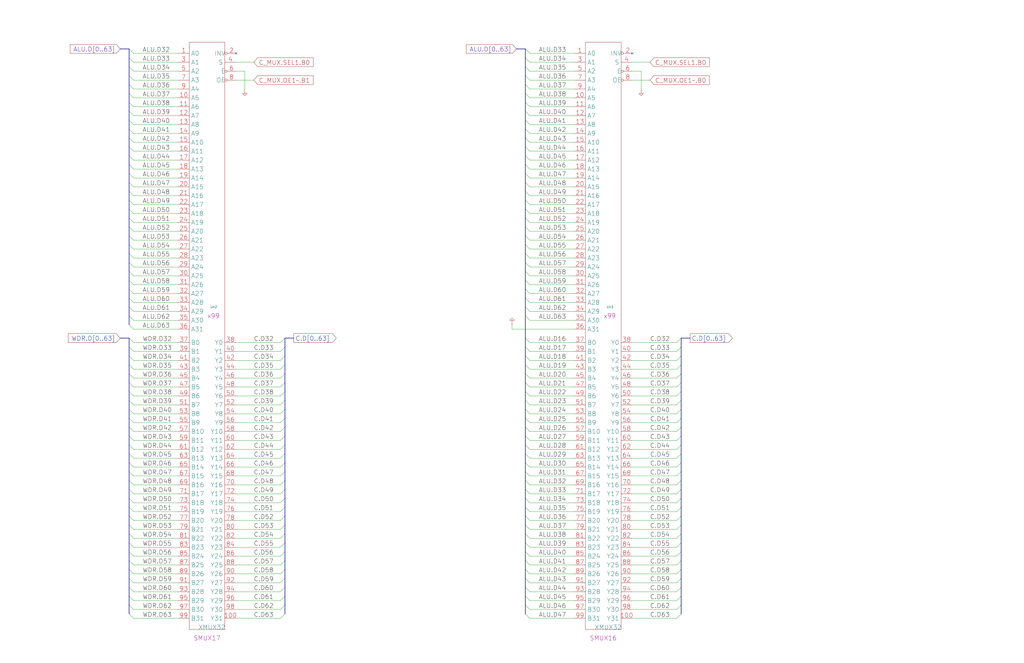
<source format=kicad_sch>
(kicad_sch (version 20230121) (generator eeschema)
  (paper "User" 584.2 378.46)
  (title_block (title "SHIFT MUX\\nLEAST SIGNIFICANT BITS") (date "22-MAR-90") (rev "1.0") (comment 1 "VALUE") (comment 2 "232-003063") (comment 3 "S400") (comment 4 "RELEASED"))
  (no_connect (at 360.68 30.48))
  (no_connect (at 134.62 30.48))
  (bus_entry (at 73.66 99.06) (size 2.54 2.54))
  (bus_entry (at 388.62 314.96) (size -2.54 2.54))
  (bus_entry (at 299.72 325.12) (size 2.54 2.54))
  (bus_entry (at 388.62 294.64) (size -2.54 2.54))
  (bus_entry (at 299.72 149.86) (size 2.54 2.54))
  (bus_entry (at 299.72 53.34) (size 2.54 2.54))
  (bus_entry (at 162.56 274.32) (size -2.54 2.54))
  (bus_entry (at 388.62 198.12) (size -2.54 2.54))
  (bus_entry (at 388.62 218.44) (size -2.54 2.54))
  (bus_entry (at 162.56 238.76) (size -2.54 2.54))
  (bus_entry (at 73.66 203.2) (size 2.54 2.54))
  (bus_entry (at 73.66 248.92) (size 2.54 2.54))
  (bus_entry (at 73.66 149.86) (size 2.54 2.54))
  (bus_entry (at 73.66 304.8) (size 2.54 2.54))
  (bus_entry (at 162.56 233.68) (size -2.54 2.54))
  (bus_entry (at 299.72 269.24) (size 2.54 2.54))
  (bus_entry (at 388.62 320.04) (size -2.54 2.54))
  (bus_entry (at 299.72 284.48) (size 2.54 2.54))
  (bus_entry (at 162.56 350.52) (size -2.54 2.54))
  (bus_entry (at 73.66 114.3) (size 2.54 2.54))
  (bus_entry (at 162.56 330.2) (size -2.54 2.54))
  (bus_entry (at 299.72 213.36) (size 2.54 2.54))
  (bus_entry (at 299.72 304.8) (size 2.54 2.54))
  (bus_entry (at 162.56 304.8) (size -2.54 2.54))
  (bus_entry (at 73.66 218.44) (size 2.54 2.54))
  (bus_entry (at 299.72 27.94) (size 2.54 2.54))
  (bus_entry (at 73.66 259.08) (size 2.54 2.54))
  (bus_entry (at 299.72 198.12) (size 2.54 2.54))
  (bus_entry (at 299.72 279.4) (size 2.54 2.54))
  (bus_entry (at 73.66 335.28) (size 2.54 2.54))
  (bus_entry (at 73.66 83.82) (size 2.54 2.54))
  (bus_entry (at 299.72 109.22) (size 2.54 2.54))
  (bus_entry (at 73.66 213.36) (size 2.54 2.54))
  (bus_entry (at 162.56 218.44) (size -2.54 2.54))
  (bus_entry (at 388.62 289.56) (size -2.54 2.54))
  (bus_entry (at 73.66 154.94) (size 2.54 2.54))
  (bus_entry (at 299.72 193.04) (size 2.54 2.54))
  (bus_entry (at 73.66 58.42) (size 2.54 2.54))
  (bus_entry (at 73.66 223.52) (size 2.54 2.54))
  (bus_entry (at 299.72 223.52) (size 2.54 2.54))
  (bus_entry (at 388.62 193.04) (size -2.54 2.54))
  (bus_entry (at 299.72 203.2) (size 2.54 2.54))
  (bus_entry (at 388.62 299.72) (size -2.54 2.54))
  (bus_entry (at 299.72 78.74) (size 2.54 2.54))
  (bus_entry (at 388.62 279.4) (size -2.54 2.54))
  (bus_entry (at 299.72 233.68) (size 2.54 2.54))
  (bus_entry (at 299.72 99.06) (size 2.54 2.54))
  (bus_entry (at 73.66 124.46) (size 2.54 2.54))
  (bus_entry (at 162.56 203.2) (size -2.54 2.54))
  (bus_entry (at 73.66 43.18) (size 2.54 2.54))
  (bus_entry (at 299.72 243.84) (size 2.54 2.54))
  (bus_entry (at 73.66 314.96) (size 2.54 2.54))
  (bus_entry (at 388.62 340.36) (size -2.54 2.54))
  (bus_entry (at 73.66 180.34) (size 2.54 2.54))
  (bus_entry (at 73.66 109.22) (size 2.54 2.54))
  (bus_entry (at 73.66 284.48) (size 2.54 2.54))
  (bus_entry (at 299.72 154.94) (size 2.54 2.54))
  (bus_entry (at 299.72 114.3) (size 2.54 2.54))
  (bus_entry (at 299.72 144.78) (size 2.54 2.54))
  (bus_entry (at 162.56 309.88) (size -2.54 2.54))
  (bus_entry (at 73.66 299.72) (size 2.54 2.54))
  (bus_entry (at 162.56 198.12) (size -2.54 2.54))
  (bus_entry (at 388.62 330.2) (size -2.54 2.54))
  (bus_entry (at 388.62 203.2) (size -2.54 2.54))
  (bus_entry (at 73.66 170.18) (size 2.54 2.54))
  (bus_entry (at 299.72 83.82) (size 2.54 2.54))
  (bus_entry (at 388.62 309.88) (size -2.54 2.54))
  (bus_entry (at 299.72 254) (size 2.54 2.54))
  (bus_entry (at 388.62 345.44) (size -2.54 2.54))
  (bus_entry (at 73.66 320.04) (size 2.54 2.54))
  (bus_entry (at 73.66 93.98) (size 2.54 2.54))
  (bus_entry (at 162.56 208.28) (size -2.54 2.54))
  (bus_entry (at 73.66 119.38) (size 2.54 2.54))
  (bus_entry (at 299.72 259.08) (size 2.54 2.54))
  (bus_entry (at 388.62 228.6) (size -2.54 2.54))
  (bus_entry (at 299.72 264.16) (size 2.54 2.54))
  (bus_entry (at 299.72 68.58) (size 2.54 2.54))
  (bus_entry (at 299.72 330.2) (size 2.54 2.54))
  (bus_entry (at 162.56 193.04) (size -2.54 2.54))
  (bus_entry (at 388.62 208.28) (size -2.54 2.54))
  (bus_entry (at 388.62 248.92) (size -2.54 2.54))
  (bus_entry (at 162.56 223.52) (size -2.54 2.54))
  (bus_entry (at 299.72 33.02) (size 2.54 2.54))
  (bus_entry (at 299.72 335.28) (size 2.54 2.54))
  (bus_entry (at 388.62 223.52) (size -2.54 2.54))
  (bus_entry (at 388.62 350.52) (size -2.54 2.54))
  (bus_entry (at 299.72 88.9) (size 2.54 2.54))
  (bus_entry (at 299.72 48.26) (size 2.54 2.54))
  (bus_entry (at 162.56 299.72) (size -2.54 2.54))
  (bus_entry (at 162.56 228.6) (size -2.54 2.54))
  (bus_entry (at 73.66 264.16) (size 2.54 2.54))
  (bus_entry (at 388.62 274.32) (size -2.54 2.54))
  (bus_entry (at 162.56 243.84) (size -2.54 2.54))
  (bus_entry (at 162.56 279.4) (size -2.54 2.54))
  (bus_entry (at 388.62 259.08) (size -2.54 2.54))
  (bus_entry (at 73.66 175.26) (size 2.54 2.54))
  (bus_entry (at 73.66 309.88) (size 2.54 2.54))
  (bus_entry (at 73.66 238.76) (size 2.54 2.54))
  (bus_entry (at 73.66 350.52) (size 2.54 2.54))
  (bus_entry (at 162.56 289.56) (size -2.54 2.54))
  (bus_entry (at 388.62 304.8) (size -2.54 2.54))
  (bus_entry (at 299.72 124.46) (size 2.54 2.54))
  (bus_entry (at 299.72 320.04) (size 2.54 2.54))
  (bus_entry (at 73.66 254) (size 2.54 2.54))
  (bus_entry (at 299.72 289.56) (size 2.54 2.54))
  (bus_entry (at 299.72 345.44) (size 2.54 2.54))
  (bus_entry (at 299.72 104.14) (size 2.54 2.54))
  (bus_entry (at 162.56 259.08) (size -2.54 2.54))
  (bus_entry (at 299.72 314.96) (size 2.54 2.54))
  (bus_entry (at 388.62 233.68) (size -2.54 2.54))
  (bus_entry (at 299.72 165.1) (size 2.54 2.54))
  (bus_entry (at 388.62 264.16) (size -2.54 2.54))
  (bus_entry (at 73.66 78.74) (size 2.54 2.54))
  (bus_entry (at 73.66 279.4) (size 2.54 2.54))
  (bus_entry (at 388.62 269.24) (size -2.54 2.54))
  (bus_entry (at 299.72 139.7) (size 2.54 2.54))
  (bus_entry (at 299.72 43.18) (size 2.54 2.54))
  (bus_entry (at 299.72 119.38) (size 2.54 2.54))
  (bus_entry (at 162.56 213.36) (size -2.54 2.54))
  (bus_entry (at 73.66 325.12) (size 2.54 2.54))
  (bus_entry (at 388.62 284.48) (size -2.54 2.54))
  (bus_entry (at 73.66 129.54) (size 2.54 2.54))
  (bus_entry (at 299.72 160.02) (size 2.54 2.54))
  (bus_entry (at 73.66 233.68) (size 2.54 2.54))
  (bus_entry (at 299.72 170.18) (size 2.54 2.54))
  (bus_entry (at 299.72 350.52) (size 2.54 2.54))
  (bus_entry (at 299.72 175.26) (size 2.54 2.54))
  (bus_entry (at 73.66 63.5) (size 2.54 2.54))
  (bus_entry (at 388.62 213.36) (size -2.54 2.54))
  (bus_entry (at 73.66 88.9) (size 2.54 2.54))
  (bus_entry (at 73.66 48.26) (size 2.54 2.54))
  (bus_entry (at 299.72 309.88) (size 2.54 2.54))
  (bus_entry (at 73.66 345.44) (size 2.54 2.54))
  (bus_entry (at 388.62 254) (size -2.54 2.54))
  (bus_entry (at 73.66 330.2) (size 2.54 2.54))
  (bus_entry (at 388.62 335.28) (size -2.54 2.54))
  (bus_entry (at 73.66 27.94) (size 2.54 2.54))
  (bus_entry (at 73.66 165.1) (size 2.54 2.54))
  (bus_entry (at 299.72 208.28) (size 2.54 2.54))
  (bus_entry (at 73.66 68.58) (size 2.54 2.54))
  (bus_entry (at 73.66 53.34) (size 2.54 2.54))
  (bus_entry (at 388.62 238.76) (size -2.54 2.54))
  (bus_entry (at 73.66 144.78) (size 2.54 2.54))
  (bus_entry (at 299.72 38.1) (size 2.54 2.54))
  (bus_entry (at 73.66 160.02) (size 2.54 2.54))
  (bus_entry (at 299.72 73.66) (size 2.54 2.54))
  (bus_entry (at 73.66 340.36) (size 2.54 2.54))
  (bus_entry (at 299.72 93.98) (size 2.54 2.54))
  (bus_entry (at 299.72 299.72) (size 2.54 2.54))
  (bus_entry (at 162.56 345.44) (size -2.54 2.54))
  (bus_entry (at 299.72 274.32) (size 2.54 2.54))
  (bus_entry (at 299.72 63.5) (size 2.54 2.54))
  (bus_entry (at 73.66 243.84) (size 2.54 2.54))
  (bus_entry (at 162.56 320.04) (size -2.54 2.54))
  (bus_entry (at 73.66 294.64) (size 2.54 2.54))
  (bus_entry (at 73.66 269.24) (size 2.54 2.54))
  (bus_entry (at 73.66 289.56) (size 2.54 2.54))
  (bus_entry (at 299.72 248.92) (size 2.54 2.54))
  (bus_entry (at 73.66 134.62) (size 2.54 2.54))
  (bus_entry (at 299.72 340.36) (size 2.54 2.54))
  (bus_entry (at 73.66 193.04) (size 2.54 2.54))
  (bus_entry (at 299.72 134.62) (size 2.54 2.54))
  (bus_entry (at 162.56 254) (size -2.54 2.54))
  (bus_entry (at 299.72 129.54) (size 2.54 2.54))
  (bus_entry (at 73.66 73.66) (size 2.54 2.54))
  (bus_entry (at 162.56 340.36) (size -2.54 2.54))
  (bus_entry (at 162.56 269.24) (size -2.54 2.54))
  (bus_entry (at 299.72 218.44) (size 2.54 2.54))
  (bus_entry (at 73.66 33.02) (size 2.54 2.54))
  (bus_entry (at 162.56 248.92) (size -2.54 2.54))
  (bus_entry (at 73.66 38.1) (size 2.54 2.54))
  (bus_entry (at 73.66 274.32) (size 2.54 2.54))
  (bus_entry (at 162.56 284.48) (size -2.54 2.54))
  (bus_entry (at 162.56 314.96) (size -2.54 2.54))
  (bus_entry (at 162.56 264.16) (size -2.54 2.54))
  (bus_entry (at 388.62 325.12) (size -2.54 2.54))
  (bus_entry (at 162.56 325.12) (size -2.54 2.54))
  (bus_entry (at 73.66 228.6) (size 2.54 2.54))
  (bus_entry (at 73.66 208.28) (size 2.54 2.54))
  (bus_entry (at 299.72 294.64) (size 2.54 2.54))
  (bus_entry (at 388.62 243.84) (size -2.54 2.54))
  (bus_entry (at 73.66 104.14) (size 2.54 2.54))
  (bus_entry (at 162.56 335.28) (size -2.54 2.54))
  (bus_entry (at 162.56 294.64) (size -2.54 2.54))
  (bus_entry (at 299.72 238.76) (size 2.54 2.54))
  (bus_entry (at 73.66 185.42) (size 2.54 2.54))
  (bus_entry (at 299.72 228.6) (size 2.54 2.54))
  (bus_entry (at 73.66 139.7) (size 2.54 2.54))
  (bus_entry (at 299.72 58.42) (size 2.54 2.54))
  (bus_entry (at 299.72 180.34) (size 2.54 2.54))
  (bus_entry (at 73.66 198.12) (size 2.54 2.54))
  (wire (pts (xy 134.62 271.78) (xy 160.02 271.78)))
  (wire (pts (xy 134.62 332.74) (xy 160.02 332.74)))
  (bus (pts (xy 388.62 223.52) (xy 388.62 228.6)))
  (wire (pts (xy 101.6 342.9) (xy 76.2 342.9)))
  (wire (pts (xy 327.66 246.38) (xy 302.26 246.38)))
  (wire (pts (xy 101.6 332.74) (xy 76.2 332.74)))
  (bus (pts (xy 388.62 243.84) (xy 388.62 248.92)))
  (wire (pts (xy 360.68 332.74) (xy 386.08 332.74)))
  (bus (pts (xy 299.72 203.2) (xy 299.72 208.28)))
  (wire (pts (xy 134.62 307.34) (xy 160.02 307.34)))
  (bus (pts (xy 73.66 208.28) (xy 73.66 213.36)))
  (bus (pts (xy 73.66 335.28) (xy 73.66 340.36)))
  (bus (pts (xy 73.66 330.2) (xy 73.66 335.28)))
  (wire (pts (xy 139.7 40.64) (xy 134.62 40.64)))
  (bus (pts (xy 299.72 259.08) (xy 299.72 264.16)))
  (bus (pts (xy 299.72 104.14) (xy 299.72 109.22)))
  (wire (pts (xy 360.68 210.82) (xy 386.08 210.82)))
  (bus (pts (xy 299.72 119.38) (xy 299.72 124.46)))
  (wire (pts (xy 134.62 246.38) (xy 160.02 246.38)))
  (bus (pts (xy 73.66 325.12) (xy 73.66 330.2)))
  (bus (pts (xy 73.66 68.58) (xy 73.66 73.66)))
  (wire (pts (xy 101.6 241.3) (xy 76.2 241.3)))
  (wire (pts (xy 327.66 220.98) (xy 302.26 220.98)))
  (bus (pts (xy 299.72 99.06) (xy 299.72 104.14)))
  (wire (pts (xy 101.6 182.88) (xy 76.2 182.88)))
  (wire (pts (xy 134.62 276.86) (xy 160.02 276.86)))
  (bus (pts (xy 73.66 83.82) (xy 73.66 88.9)))
  (wire (pts (xy 327.66 281.94) (xy 302.26 281.94)))
  (bus (pts (xy 73.66 93.98) (xy 73.66 99.06)))
  (bus (pts (xy 299.72 109.22) (xy 299.72 114.3)))
  (bus (pts (xy 299.72 233.68) (xy 299.72 238.76)))
  (wire (pts (xy 134.62 210.82) (xy 160.02 210.82)))
  (wire (pts (xy 327.66 35.56) (xy 302.26 35.56)))
  (wire (pts (xy 134.62 302.26) (xy 160.02 302.26)))
  (bus (pts (xy 162.56 233.68) (xy 162.56 238.76)))
  (bus (pts (xy 73.66 233.68) (xy 73.66 238.76)))
  (wire (pts (xy 360.68 276.86) (xy 386.08 276.86)))
  (wire (pts (xy 134.62 35.56) (xy 144.78 35.56)))
  (wire (pts (xy 327.66 132.08) (xy 302.26 132.08)))
  (bus (pts (xy 299.72 279.4) (xy 299.72 284.48)))
  (bus (pts (xy 299.72 68.58) (xy 299.72 73.66)))
  (wire (pts (xy 101.6 50.8) (xy 76.2 50.8)))
  (wire (pts (xy 327.66 292.1) (xy 302.26 292.1)))
  (wire (pts (xy 292.1 185.42) (xy 292.1 187.96)))
  (wire (pts (xy 101.6 111.76) (xy 76.2 111.76)))
  (bus (pts (xy 162.56 299.72) (xy 162.56 304.8)))
  (bus (pts (xy 162.56 238.76) (xy 162.56 243.84)))
  (bus (pts (xy 299.72 144.78) (xy 299.72 149.86)))
  (bus (pts (xy 162.56 193.04) (xy 162.56 198.12)))
  (bus (pts (xy 73.66 279.4) (xy 73.66 284.48)))
  (wire (pts (xy 134.62 337.82) (xy 160.02 337.82)))
  (wire (pts (xy 101.6 220.98) (xy 76.2 220.98)))
  (wire (pts (xy 327.66 236.22) (xy 302.26 236.22)))
  (wire (pts (xy 101.6 45.72) (xy 76.2 45.72)))
  (bus (pts (xy 167.64 193.04) (xy 162.56 193.04)))
  (wire (pts (xy 360.68 327.66) (xy 386.08 327.66)))
  (wire (pts (xy 101.6 256.54) (xy 76.2 256.54)))
  (bus (pts (xy 73.66 223.52) (xy 73.66 228.6)))
  (wire (pts (xy 360.68 292.1) (xy 386.08 292.1)))
  (wire (pts (xy 327.66 147.32) (xy 302.26 147.32)))
  (bus (pts (xy 73.66 99.06) (xy 73.66 104.14)))
  (bus (pts (xy 388.62 335.28) (xy 388.62 340.36)))
  (wire (pts (xy 327.66 81.28) (xy 302.26 81.28)))
  (wire (pts (xy 101.6 271.78) (xy 76.2 271.78)))
  (bus (pts (xy 299.72 58.42) (xy 299.72 63.5)))
  (wire (pts (xy 365.76 40.64) (xy 360.68 40.64)))
  (wire (pts (xy 101.6 137.16) (xy 76.2 137.16)))
  (wire (pts (xy 101.6 337.82) (xy 76.2 337.82)))
  (wire (pts (xy 360.68 297.18) (xy 386.08 297.18)))
  (bus (pts (xy 73.66 259.08) (xy 73.66 264.16)))
  (bus (pts (xy 388.62 340.36) (xy 388.62 345.44)))
  (bus (pts (xy 388.62 233.68) (xy 388.62 238.76)))
  (wire (pts (xy 134.62 287.02) (xy 160.02 287.02)))
  (wire (pts (xy 101.6 231.14) (xy 76.2 231.14)))
  (wire (pts (xy 101.6 71.12) (xy 76.2 71.12)))
  (wire (pts (xy 327.66 127) (xy 302.26 127)))
  (bus (pts (xy 162.56 203.2) (xy 162.56 208.28)))
  (wire (pts (xy 101.6 302.26) (xy 76.2 302.26)))
  (wire (pts (xy 327.66 195.58) (xy 302.26 195.58)))
  (wire (pts (xy 327.66 30.48) (xy 302.26 30.48)))
  (bus (pts (xy 299.72 330.2) (xy 299.72 335.28)))
  (bus (pts (xy 162.56 248.92) (xy 162.56 254)))
  (wire (pts (xy 327.66 337.82) (xy 302.26 337.82)))
  (wire (pts (xy 134.62 342.9) (xy 160.02 342.9)))
  (wire (pts (xy 101.6 167.64) (xy 76.2 167.64)))
  (bus (pts (xy 73.66 43.18) (xy 73.66 48.26)))
  (bus (pts (xy 73.66 304.8) (xy 73.66 309.88)))
  (bus (pts (xy 73.66 340.36) (xy 73.66 345.44)))
  (bus (pts (xy 299.72 27.94) (xy 299.72 33.02)))
  (bus (pts (xy 299.72 129.54) (xy 299.72 134.62)))
  (bus (pts (xy 73.66 254) (xy 73.66 259.08)))
  (bus (pts (xy 299.72 335.28) (xy 299.72 340.36)))
  (bus (pts (xy 299.72 213.36) (xy 299.72 218.44)))
  (wire (pts (xy 134.62 312.42) (xy 160.02 312.42)))
  (bus (pts (xy 388.62 264.16) (xy 388.62 269.24)))
  (bus (pts (xy 299.72 274.32) (xy 299.72 279.4)))
  (bus (pts (xy 162.56 284.48) (xy 162.56 289.56)))
  (bus (pts (xy 73.66 274.32) (xy 73.66 279.4)))
  (bus (pts (xy 73.66 193.04) (xy 73.66 198.12)))
  (wire (pts (xy 101.6 236.22) (xy 76.2 236.22)))
  (wire (pts (xy 327.66 332.74) (xy 302.26 332.74)))
  (bus (pts (xy 299.72 88.9) (xy 299.72 93.98)))
  (bus (pts (xy 299.72 208.28) (xy 299.72 213.36)))
  (wire (pts (xy 327.66 71.12) (xy 302.26 71.12)))
  (bus (pts (xy 73.66 124.46) (xy 73.66 129.54)))
  (bus (pts (xy 73.66 33.02) (xy 73.66 38.1)))
  (wire (pts (xy 360.68 231.14) (xy 386.08 231.14)))
  (bus (pts (xy 299.72 33.02) (xy 299.72 38.1)))
  (wire (pts (xy 360.68 256.54) (xy 386.08 256.54)))
  (wire (pts (xy 360.68 226.06) (xy 386.08 226.06)))
  (bus (pts (xy 73.66 264.16) (xy 73.66 269.24)))
  (wire (pts (xy 101.6 246.38) (xy 76.2 246.38)))
  (wire (pts (xy 327.66 116.84) (xy 302.26 116.84)))
  (bus (pts (xy 73.66 88.9) (xy 73.66 93.98)))
  (bus (pts (xy 73.66 294.64) (xy 73.66 299.72)))
  (wire (pts (xy 327.66 106.68) (xy 302.26 106.68)))
  (wire (pts (xy 101.6 106.68) (xy 76.2 106.68)))
  (bus (pts (xy 73.66 119.38) (xy 73.66 124.46)))
  (wire (pts (xy 360.68 266.7) (xy 386.08 266.7)))
  (wire (pts (xy 327.66 50.8) (xy 302.26 50.8)))
  (bus (pts (xy 299.72 73.66) (xy 299.72 78.74)))
  (wire (pts (xy 327.66 271.78) (xy 302.26 271.78)))
  (wire (pts (xy 360.68 312.42) (xy 386.08 312.42)))
  (bus (pts (xy 68.58 193.04) (xy 73.66 193.04)))
  (bus (pts (xy 299.72 43.18) (xy 299.72 48.26)))
  (bus (pts (xy 388.62 259.08) (xy 388.62 264.16)))
  (bus (pts (xy 299.72 304.8) (xy 299.72 309.88)))
  (bus (pts (xy 299.72 320.04) (xy 299.72 325.12)))
  (bus (pts (xy 388.62 228.6) (xy 388.62 233.68)))
  (wire (pts (xy 134.62 327.66) (xy 160.02 327.66)))
  (bus (pts (xy 73.66 284.48) (xy 73.66 289.56)))
  (bus (pts (xy 388.62 314.96) (xy 388.62 320.04)))
  (wire (pts (xy 134.62 205.74) (xy 160.02 205.74)))
  (bus (pts (xy 299.72 193.04) (xy 299.72 198.12)))
  (wire (pts (xy 134.62 45.72) (xy 144.78 45.72)))
  (bus (pts (xy 73.66 170.18) (xy 73.66 175.26)))
  (wire (pts (xy 360.68 236.22) (xy 386.08 236.22)))
  (bus (pts (xy 388.62 284.48) (xy 388.62 289.56)))
  (bus (pts (xy 388.62 325.12) (xy 388.62 330.2)))
  (wire (pts (xy 101.6 121.92) (xy 76.2 121.92)))
  (bus (pts (xy 388.62 299.72) (xy 388.62 304.8)))
  (bus (pts (xy 299.72 160.02) (xy 299.72 165.1)))
  (wire (pts (xy 101.6 292.1) (xy 76.2 292.1)))
  (wire (pts (xy 101.6 96.52) (xy 76.2 96.52)))
  (bus (pts (xy 162.56 335.28) (xy 162.56 340.36)))
  (wire (pts (xy 327.66 76.2) (xy 302.26 76.2)))
  (wire (pts (xy 360.68 241.3) (xy 386.08 241.3)))
  (wire (pts (xy 327.66 276.86) (xy 302.26 276.86)))
  (wire (pts (xy 327.66 347.98) (xy 302.26 347.98)))
  (wire (pts (xy 360.68 281.94) (xy 386.08 281.94)))
  (bus (pts (xy 299.72 139.7) (xy 299.72 144.78)))
  (wire (pts (xy 327.66 172.72) (xy 302.26 172.72)))
  (wire (pts (xy 327.66 317.5) (xy 302.26 317.5)))
  (wire (pts (xy 327.66 91.44) (xy 302.26 91.44)))
  (wire (pts (xy 134.62 195.58) (xy 160.02 195.58)))
  (bus (pts (xy 73.66 213.36) (xy 73.66 218.44)))
  (bus (pts (xy 73.66 320.04) (xy 73.66 325.12)))
  (wire (pts (xy 360.68 302.26) (xy 386.08 302.26)))
  (wire (pts (xy 101.6 287.02) (xy 76.2 287.02)))
  (bus (pts (xy 299.72 284.48) (xy 299.72 289.56)))
  (wire (pts (xy 101.6 297.18) (xy 76.2 297.18)))
  (bus (pts (xy 299.72 165.1) (xy 299.72 170.18)))
  (wire (pts (xy 327.66 142.24) (xy 302.26 142.24)))
  (bus (pts (xy 388.62 193.04) (xy 388.62 198.12)))
  (wire (pts (xy 327.66 261.62) (xy 302.26 261.62)))
  (bus (pts (xy 299.72 149.86) (xy 299.72 154.94)))
  (bus (pts (xy 393.7 193.04) (xy 388.62 193.04)))
  (bus (pts (xy 299.72 93.98) (xy 299.72 99.06)))
  (bus (pts (xy 162.56 208.28) (xy 162.56 213.36)))
  (bus (pts (xy 299.72 269.24) (xy 299.72 274.32)))
  (wire (pts (xy 101.6 35.56) (xy 76.2 35.56)))
  (bus (pts (xy 299.72 38.1) (xy 299.72 43.18)))
  (bus (pts (xy 162.56 289.56) (xy 162.56 294.64)))
  (bus (pts (xy 299.72 83.82) (xy 299.72 88.9)))
  (bus (pts (xy 388.62 198.12) (xy 388.62 203.2)))
  (bus (pts (xy 73.66 109.22) (xy 73.66 114.3)))
  (wire (pts (xy 134.62 281.94) (xy 160.02 281.94)))
  (wire (pts (xy 134.62 251.46) (xy 160.02 251.46)))
  (wire (pts (xy 101.6 317.5) (xy 76.2 317.5)))
  (wire (pts (xy 101.6 276.86) (xy 76.2 276.86)))
  (wire (pts (xy 327.66 322.58) (xy 302.26 322.58)))
  (wire (pts (xy 360.68 322.58) (xy 386.08 322.58)))
  (wire (pts (xy 327.66 205.74) (xy 302.26 205.74)))
  (wire (pts (xy 360.68 251.46) (xy 386.08 251.46)))
  (bus (pts (xy 388.62 254) (xy 388.62 259.08)))
  (wire (pts (xy 360.68 342.9) (xy 386.08 342.9)))
  (bus (pts (xy 73.66 129.54) (xy 73.66 134.62)))
  (bus (pts (xy 388.62 309.88) (xy 388.62 314.96)))
  (bus (pts (xy 388.62 330.2) (xy 388.62 335.28)))
  (bus (pts (xy 299.72 114.3) (xy 299.72 119.38)))
  (bus (pts (xy 388.62 274.32) (xy 388.62 279.4)))
  (wire (pts (xy 327.66 210.82) (xy 302.26 210.82)))
  (wire (pts (xy 360.68 271.78) (xy 386.08 271.78)))
  (wire (pts (xy 327.66 241.3) (xy 302.26 241.3)))
  (wire (pts (xy 327.66 96.52) (xy 302.26 96.52)))
  (wire (pts (xy 360.68 45.72) (xy 370.84 45.72)))
  (bus (pts (xy 68.58 27.94) (xy 73.66 27.94)))
  (wire (pts (xy 134.62 322.58) (xy 160.02 322.58)))
  (wire (pts (xy 327.66 266.7) (xy 302.26 266.7)))
  (wire (pts (xy 327.66 200.66) (xy 302.26 200.66)))
  (bus (pts (xy 299.72 175.26) (xy 299.72 180.34)))
  (bus (pts (xy 299.72 264.16) (xy 299.72 269.24)))
  (bus (pts (xy 388.62 279.4) (xy 388.62 284.48)))
  (wire (pts (xy 327.66 297.18) (xy 302.26 297.18)))
  (bus (pts (xy 294.64 27.94) (xy 299.72 27.94)))
  (bus (pts (xy 73.66 78.74) (xy 73.66 83.82)))
  (wire (pts (xy 327.66 101.6) (xy 302.26 101.6)))
  (wire (pts (xy 101.6 127) (xy 76.2 127)))
  (wire (pts (xy 327.66 215.9) (xy 302.26 215.9)))
  (wire (pts (xy 134.62 266.7) (xy 160.02 266.7)))
  (bus (pts (xy 162.56 264.16) (xy 162.56 269.24)))
  (wire (pts (xy 134.62 317.5) (xy 160.02 317.5)))
  (wire (pts (xy 101.6 81.28) (xy 76.2 81.28)))
  (bus (pts (xy 73.66 248.92) (xy 73.66 254)))
  (wire (pts (xy 327.66 226.06) (xy 302.26 226.06)))
  (bus (pts (xy 73.66 299.72) (xy 73.66 304.8)))
  (wire (pts (xy 360.68 261.62) (xy 386.08 261.62)))
  (wire (pts (xy 327.66 177.8) (xy 302.26 177.8)))
  (wire (pts (xy 101.6 200.66) (xy 76.2 200.66)))
  (bus (pts (xy 73.66 228.6) (xy 73.66 233.68)))
  (bus (pts (xy 73.66 53.34) (xy 73.66 58.42)))
  (bus (pts (xy 299.72 53.34) (xy 299.72 58.42)))
  (wire (pts (xy 360.68 353.06) (xy 386.08 353.06)))
  (bus (pts (xy 73.66 104.14) (xy 73.66 109.22)))
  (bus (pts (xy 162.56 218.44) (xy 162.56 223.52)))
  (bus (pts (xy 299.72 78.74) (xy 299.72 83.82)))
  (bus (pts (xy 388.62 208.28) (xy 388.62 213.36)))
  (bus (pts (xy 162.56 314.96) (xy 162.56 320.04)))
  (wire (pts (xy 292.1 187.96) (xy 327.66 187.96)))
  (wire (pts (xy 134.62 226.06) (xy 160.02 226.06)))
  (wire (pts (xy 360.68 215.9) (xy 386.08 215.9)))
  (bus (pts (xy 299.72 314.96) (xy 299.72 320.04)))
  (wire (pts (xy 101.6 162.56) (xy 76.2 162.56)))
  (bus (pts (xy 162.56 304.8) (xy 162.56 309.88)))
  (bus (pts (xy 299.72 254) (xy 299.72 259.08)))
  (bus (pts (xy 299.72 299.72) (xy 299.72 304.8)))
  (wire (pts (xy 101.6 132.08) (xy 76.2 132.08)))
  (wire (pts (xy 101.6 157.48) (xy 76.2 157.48)))
  (bus (pts (xy 388.62 238.76) (xy 388.62 243.84)))
  (bus (pts (xy 73.66 175.26) (xy 73.66 180.34)))
  (wire (pts (xy 101.6 152.4) (xy 76.2 152.4)))
  (wire (pts (xy 327.66 182.88) (xy 302.26 182.88)))
  (wire (pts (xy 101.6 312.42) (xy 76.2 312.42)))
  (bus (pts (xy 388.62 269.24) (xy 388.62 274.32)))
  (bus (pts (xy 162.56 279.4) (xy 162.56 284.48)))
  (wire (pts (xy 327.66 251.46) (xy 302.26 251.46)))
  (wire (pts (xy 101.6 353.06) (xy 76.2 353.06)))
  (wire (pts (xy 360.68 307.34) (xy 386.08 307.34)))
  (bus (pts (xy 162.56 330.2) (xy 162.56 335.28)))
  (bus (pts (xy 73.66 134.62) (xy 73.66 139.7)))
  (bus (pts (xy 299.72 134.62) (xy 299.72 139.7)))
  (bus (pts (xy 73.66 218.44) (xy 73.66 223.52)))
  (bus (pts (xy 388.62 294.64) (xy 388.62 299.72)))
  (bus (pts (xy 388.62 289.56) (xy 388.62 294.64)))
  (wire (pts (xy 101.6 147.32) (xy 76.2 147.32)))
  (bus (pts (xy 73.66 38.1) (xy 73.66 43.18)))
  (wire (pts (xy 360.68 347.98) (xy 386.08 347.98)))
  (bus (pts (xy 299.72 289.56) (xy 299.72 294.64)))
  (wire (pts (xy 139.7 50.8) (xy 139.7 40.64)))
  (bus (pts (xy 73.66 345.44) (xy 73.66 350.52)))
  (wire (pts (xy 101.6 322.58) (xy 76.2 322.58)))
  (wire (pts (xy 327.66 55.88) (xy 302.26 55.88)))
  (wire (pts (xy 134.62 215.9) (xy 160.02 215.9)))
  (bus (pts (xy 162.56 294.64) (xy 162.56 299.72)))
  (bus (pts (xy 73.66 58.42) (xy 73.66 63.5)))
  (bus (pts (xy 73.66 165.1) (xy 73.66 170.18)))
  (wire (pts (xy 327.66 60.96) (xy 302.26 60.96)))
  (wire (pts (xy 101.6 307.34) (xy 76.2 307.34)))
  (bus (pts (xy 299.72 309.88) (xy 299.72 314.96)))
  (wire (pts (xy 134.62 220.98) (xy 160.02 220.98)))
  (wire (pts (xy 101.6 142.24) (xy 76.2 142.24)))
  (bus (pts (xy 388.62 304.8) (xy 388.62 309.88)))
  (wire (pts (xy 134.62 347.98) (xy 160.02 347.98)))
  (bus (pts (xy 299.72 154.94) (xy 299.72 160.02)))
  (wire (pts (xy 101.6 187.96) (xy 76.2 187.96)))
  (wire (pts (xy 101.6 66.04) (xy 76.2 66.04)))
  (bus (pts (xy 388.62 345.44) (xy 388.62 350.52)))
  (wire (pts (xy 327.66 152.4) (xy 302.26 152.4)))
  (bus (pts (xy 388.62 213.36) (xy 388.62 218.44)))
  (bus (pts (xy 299.72 228.6) (xy 299.72 233.68)))
  (bus (pts (xy 162.56 309.88) (xy 162.56 314.96)))
  (bus (pts (xy 73.66 314.96) (xy 73.66 320.04)))
  (bus (pts (xy 162.56 259.08) (xy 162.56 264.16)))
  (wire (pts (xy 327.66 307.34) (xy 302.26 307.34)))
  (wire (pts (xy 101.6 327.66) (xy 76.2 327.66)))
  (wire (pts (xy 134.62 297.18) (xy 160.02 297.18)))
  (bus (pts (xy 162.56 198.12) (xy 162.56 203.2)))
  (bus (pts (xy 299.72 243.84) (xy 299.72 248.92)))
  (bus (pts (xy 73.66 48.26) (xy 73.66 53.34)))
  (bus (pts (xy 299.72 48.26) (xy 299.72 53.34)))
  (wire (pts (xy 101.6 30.48) (xy 76.2 30.48)))
  (wire (pts (xy 327.66 121.92) (xy 302.26 121.92)))
  (bus (pts (xy 73.66 139.7) (xy 73.66 144.78)))
  (bus (pts (xy 73.66 180.34) (xy 73.66 185.42)))
  (bus (pts (xy 73.66 63.5) (xy 73.66 68.58)))
  (bus (pts (xy 73.66 289.56) (xy 73.66 294.64)))
  (wire (pts (xy 101.6 101.6) (xy 76.2 101.6)))
  (wire (pts (xy 360.68 317.5) (xy 386.08 317.5)))
  (wire (pts (xy 101.6 261.62) (xy 76.2 261.62)))
  (wire (pts (xy 360.68 200.66) (xy 386.08 200.66)))
  (wire (pts (xy 360.68 337.82) (xy 386.08 337.82)))
  (wire (pts (xy 101.6 91.44) (xy 76.2 91.44)))
  (wire (pts (xy 327.66 157.48) (xy 302.26 157.48)))
  (wire (pts (xy 101.6 281.94) (xy 76.2 281.94)))
  (wire (pts (xy 327.66 137.16) (xy 302.26 137.16)))
  (bus (pts (xy 299.72 223.52) (xy 299.72 228.6)))
  (wire (pts (xy 101.6 347.98) (xy 76.2 347.98)))
  (bus (pts (xy 388.62 248.92) (xy 388.62 254)))
  (wire (pts (xy 327.66 111.76) (xy 302.26 111.76)))
  (bus (pts (xy 73.66 243.84) (xy 73.66 248.92)))
  (bus (pts (xy 73.66 309.88) (xy 73.66 314.96)))
  (wire (pts (xy 134.62 200.66) (xy 160.02 200.66)))
  (wire (pts (xy 101.6 177.8) (xy 76.2 177.8)))
  (bus (pts (xy 388.62 203.2) (xy 388.62 208.28)))
  (wire (pts (xy 327.66 40.64) (xy 302.26 40.64)))
  (wire (pts (xy 327.66 231.14) (xy 302.26 231.14)))
  (bus (pts (xy 388.62 218.44) (xy 388.62 223.52)))
  (bus (pts (xy 73.66 154.94) (xy 73.66 160.02)))
  (bus (pts (xy 73.66 198.12) (xy 73.66 203.2)))
  (bus (pts (xy 73.66 238.76) (xy 73.66 243.84)))
  (bus (pts (xy 73.66 27.94) (xy 73.66 33.02)))
  (wire (pts (xy 101.6 266.7) (xy 76.2 266.7)))
  (wire (pts (xy 101.6 251.46) (xy 76.2 251.46)))
  (wire (pts (xy 327.66 302.26) (xy 302.26 302.26)))
  (wire (pts (xy 327.66 167.64) (xy 302.26 167.64)))
  (bus (pts (xy 299.72 248.92) (xy 299.72 254)))
  (bus (pts (xy 162.56 228.6) (xy 162.56 233.68)))
  (bus (pts (xy 73.66 160.02) (xy 73.66 165.1)))
  (wire (pts (xy 360.68 35.56) (xy 370.84 35.56)))
  (wire (pts (xy 101.6 205.74) (xy 76.2 205.74)))
  (bus (pts (xy 162.56 320.04) (xy 162.56 325.12)))
  (wire (pts (xy 134.62 231.14) (xy 160.02 231.14)))
  (wire (pts (xy 327.66 342.9) (xy 302.26 342.9)))
  (bus (pts (xy 299.72 218.44) (xy 299.72 223.52)))
  (wire (pts (xy 327.66 327.66) (xy 302.26 327.66)))
  (bus (pts (xy 162.56 340.36) (xy 162.56 345.44)))
  (wire (pts (xy 327.66 45.72) (xy 302.26 45.72)))
  (wire (pts (xy 360.68 287.02) (xy 386.08 287.02)))
  (bus (pts (xy 73.66 203.2) (xy 73.66 208.28)))
  (wire (pts (xy 101.6 195.58) (xy 76.2 195.58)))
  (bus (pts (xy 299.72 294.64) (xy 299.72 299.72)))
  (wire (pts (xy 101.6 60.96) (xy 76.2 60.96)))
  (bus (pts (xy 162.56 345.44) (xy 162.56 350.52)))
  (bus (pts (xy 299.72 63.5) (xy 299.72 68.58)))
  (wire (pts (xy 327.66 287.02) (xy 302.26 287.02)))
  (bus (pts (xy 162.56 213.36) (xy 162.56 218.44)))
  (wire (pts (xy 101.6 76.2) (xy 76.2 76.2)))
  (bus (pts (xy 299.72 325.12) (xy 299.72 330.2)))
  (bus (pts (xy 299.72 180.34) (xy 299.72 193.04)))
  (wire (pts (xy 327.66 86.36) (xy 302.26 86.36)))
  (bus (pts (xy 299.72 198.12) (xy 299.72 203.2)))
  (bus (pts (xy 73.66 269.24) (xy 73.66 274.32)))
  (wire (pts (xy 134.62 241.3) (xy 160.02 241.3)))
  (bus (pts (xy 162.56 325.12) (xy 162.56 330.2)))
  (bus (pts (xy 73.66 114.3) (xy 73.66 119.38)))
  (bus (pts (xy 162.56 254) (xy 162.56 259.08)))
  (bus (pts (xy 162.56 269.24) (xy 162.56 274.32)))
  (bus (pts (xy 299.72 238.76) (xy 299.72 243.84)))
  (bus (pts (xy 73.66 73.66) (xy 73.66 78.74)))
  (wire (pts (xy 101.6 172.72) (xy 76.2 172.72)))
  (wire (pts (xy 134.62 256.54) (xy 160.02 256.54)))
  (wire (pts (xy 360.68 195.58) (xy 386.08 195.58)))
  (wire (pts (xy 327.66 312.42) (xy 302.26 312.42)))
  (wire (pts (xy 134.62 261.62) (xy 160.02 261.62)))
  (bus (pts (xy 299.72 170.18) (xy 299.72 175.26)))
  (wire (pts (xy 360.68 220.98) (xy 386.08 220.98)))
  (wire (pts (xy 101.6 210.82) (xy 76.2 210.82)))
  (wire (pts (xy 365.76 50.8) (xy 365.76 40.64)))
  (wire (pts (xy 134.62 236.22) (xy 160.02 236.22)))
  (wire (pts (xy 134.62 353.06) (xy 160.02 353.06)))
  (bus (pts (xy 73.66 144.78) (xy 73.66 149.86)))
  (wire (pts (xy 101.6 226.06) (xy 76.2 226.06)))
  (wire (pts (xy 327.66 256.54) (xy 302.26 256.54)))
  (wire (pts (xy 327.66 66.04) (xy 302.26 66.04)))
  (wire (pts (xy 327.66 162.56) (xy 302.26 162.56)))
  (wire (pts (xy 101.6 86.36) (xy 76.2 86.36)))
  (bus (pts (xy 299.72 345.44) (xy 299.72 350.52)))
  (wire (pts (xy 327.66 353.06) (xy 302.26 353.06)))
  (wire (pts (xy 101.6 116.84) (xy 76.2 116.84)))
  (bus (pts (xy 162.56 243.84) (xy 162.56 248.92)))
  (bus (pts (xy 162.56 274.32) (xy 162.56 279.4)))
  (bus (pts (xy 162.56 223.52) (xy 162.56 228.6)))
  (wire (pts (xy 134.62 292.1) (xy 160.02 292.1)))
  (wire (pts (xy 360.68 205.74) (xy 386.08 205.74)))
  (wire (pts (xy 360.68 246.38) (xy 386.08 246.38)))
  (bus (pts (xy 388.62 320.04) (xy 388.62 325.12)))
  (wire (pts (xy 101.6 40.64) (xy 76.2 40.64)))
  (wire (pts (xy 101.6 55.88) (xy 76.2 55.88)))
  (bus (pts (xy 73.66 149.86) (xy 73.66 154.94)))
  (bus (pts (xy 299.72 124.46) (xy 299.72 129.54)))
  (wire (pts (xy 101.6 215.9) (xy 76.2 215.9)))
  (bus (pts (xy 299.72 340.36) (xy 299.72 345.44)))
  (label "WDR.D56" (at 81.28 317.5 0) (effects (font (size 2.54 2.54))))
  (label "C.D54" (at 144.78 307.34 0) (effects (font (size 2.54 2.54))))
  (label "ALU.D32" (at 307.34 276.86 0) (effects (font (size 2.54 2.54))))
  (label "ALU.D24" (at 307.34 236.22 0) (effects (font (size 2.54 2.54))))
  (label "WDR.D45" (at 81.28 261.62 0) (effects (font (size 2.54 2.54))))
  (label "ALU.D40" (at 81.28 71.12 0) (effects (font (size 2.54 2.54))))
  (label "ALU.D59" (at 81.28 167.64 0) (effects (font (size 2.54 2.54))))
  (label "ALU.D43" (at 307.34 332.74 0) (effects (font (size 2.54 2.54))))
  (label "ALU.D35" (at 307.34 40.64 0) (effects (font (size 2.54 2.54))))
  (label "C.D43" (at 144.78 251.46 0) (effects (font (size 2.54 2.54))))
  (label "C.D36" (at 370.84 215.9 0) (effects (font (size 2.54 2.54))))
  (label "WDR.D33" (at 81.28 200.66 0) (effects (font (size 2.54 2.54))))
  (label "ALU.D57" (at 81.28 157.48 0) (effects (font (size 2.54 2.54))))
  (label "C.D56" (at 370.84 317.5 0) (effects (font (size 2.54 2.54))))
  (label "ALU.D32" (at 81.28 30.48 0) (effects (font (size 2.54 2.54))))
  (label "WDR.D43" (at 81.28 251.46 0) (effects (font (size 2.54 2.54))))
  (label "C.D41" (at 370.84 241.3 0) (effects (font (size 2.54 2.54))))
  (label "ALU.D42" (at 307.34 327.66 0) (effects (font (size 2.54 2.54))))
  (label "ALU.D51" (at 307.34 121.92 0) (effects (font (size 2.54 2.54))))
  (label "C.D62" (at 144.78 347.98 0) (effects (font (size 2.54 2.54))))
  (label "WDR.D61" (at 81.28 342.9 0) (effects (font (size 2.54 2.54))))
  (label "ALU.D39" (at 307.34 60.96 0) (effects (font (size 2.54 2.54))))
  (label "WDR.D37" (at 81.28 220.98 0) (effects (font (size 2.54 2.54))))
  (label "C.D49" (at 144.78 281.94 0) (effects (font (size 2.54 2.54))))
  (label "C.D41" (at 144.78 241.3 0) (effects (font (size 2.54 2.54))))
  (label "ALU.D42" (at 307.34 76.2 0) (effects (font (size 2.54 2.54))))
  (label "C.D35" (at 144.78 210.82 0) (effects (font (size 2.54 2.54))))
  (label "ALU.D56" (at 81.28 152.4 0) (effects (font (size 2.54 2.54))))
  (label "WDR.D53" (at 81.28 302.26 0) (effects (font (size 2.54 2.54))))
  (label "ALU.D18" (at 307.34 205.74 0) (effects (font (size 2.54 2.54))))
  (label "C.D60" (at 144.78 337.82 0) (effects (font (size 2.54 2.54))))
  (label "C.D63" (at 144.78 353.06 0) (effects (font (size 2.54 2.54))))
  (label "ALU.D43" (at 81.28 86.36 0) (effects (font (size 2.54 2.54))))
  (label "ALU.D50" (at 307.34 116.84 0) (effects (font (size 2.54 2.54))))
  (label "ALU.D47" (at 81.28 106.68 0) (effects (font (size 2.54 2.54))))
  (label "C.D38" (at 144.78 226.06 0) (effects (font (size 2.54 2.54))))
  (label "ALU.D34" (at 307.34 287.02 0) (effects (font (size 2.54 2.54))))
  (label "ALU.D17" (at 307.34 200.66 0) (effects (font (size 2.54 2.54))))
  (label "WDR.D50" (at 81.28 287.02 0) (effects (font (size 2.54 2.54))))
  (label "ALU.D29" (at 307.34 261.62 0) (effects (font (size 2.54 2.54))))
  (label "WDR.D42" (at 81.28 246.38 0) (effects (font (size 2.54 2.54))))
  (label "ALU.D63" (at 81.28 187.96 0) (effects (font (size 2.54 2.54))))
  (label "ALU.D37" (at 81.28 55.88 0) (effects (font (size 2.54 2.54))))
  (label "ALU.D54" (at 81.28 142.24 0) (effects (font (size 2.54 2.54))))
  (label "WDR.D57" (at 81.28 322.58 0) (effects (font (size 2.54 2.54))))
  (label "C.D37" (at 370.84 220.98 0) (effects (font (size 2.54 2.54))))
  (label "WDR.D46" (at 81.28 266.7 0) (effects (font (size 2.54 2.54))))
  (label "C.D39" (at 370.84 231.14 0) (effects (font (size 2.54 2.54))))
  (label "ALU.D49" (at 81.28 116.84 0) (effects (font (size 2.54 2.54))))
  (label "WDR.D52" (at 81.28 297.18 0) (effects (font (size 2.54 2.54))))
  (label "C.D44" (at 144.78 256.54 0) (effects (font (size 2.54 2.54))))
  (label "C.D32" (at 144.78 195.58 0) (effects (font (size 2.54 2.54))))
  (label "ALU.D48" (at 81.28 111.76 0) (effects (font (size 2.54 2.54))))
  (label "C.D54" (at 370.84 307.34 0) (effects (font (size 2.54 2.54))))
  (label "ALU.D30" (at 307.34 266.7 0) (effects (font (size 2.54 2.54))))
  (label "C.D51" (at 144.78 292.1 0) (effects (font (size 2.54 2.54))))
  (label "C.D57" (at 370.84 322.58 0) (effects (font (size 2.54 2.54))))
  (label "ALU.D59" (at 307.34 162.56 0) (effects (font (size 2.54 2.54))))
  (label "ALU.D58" (at 307.34 157.48 0) (effects (font (size 2.54 2.54))))
  (label "ALU.D53" (at 81.28 137.16 0) (effects (font (size 2.54 2.54))))
  (label "ALU.D36" (at 307.34 45.72 0) (effects (font (size 2.54 2.54))))
  (label "ALU.D46" (at 307.34 347.98 0) (effects (font (size 2.54 2.54))))
  (label "ALU.D39" (at 81.28 66.04 0) (effects (font (size 2.54 2.54))))
  (label "ALU.D61" (at 81.28 177.8 0) (effects (font (size 2.54 2.54))))
  (label "WDR.D54" (at 81.28 307.34 0) (effects (font (size 2.54 2.54))))
  (label "ALU.D33" (at 307.34 281.94 0) (effects (font (size 2.54 2.54))))
  (label "ALU.D21" (at 307.34 220.98 0) (effects (font (size 2.54 2.54))))
  (label "ALU.D39" (at 307.34 312.42 0) (effects (font (size 2.54 2.54))))
  (label "WDR.D35" (at 81.28 210.82 0) (effects (font (size 2.54 2.54))))
  (label "WDR.D62" (at 81.28 347.98 0) (effects (font (size 2.54 2.54))))
  (label "ALU.D42" (at 81.28 81.28 0) (effects (font (size 2.54 2.54))))
  (label "WDR.D41" (at 81.28 241.3 0) (effects (font (size 2.54 2.54))))
  (label "C.D48" (at 370.84 276.86 0) (effects (font (size 2.54 2.54))))
  (label "ALU.D49" (at 307.34 111.76 0) (effects (font (size 2.54 2.54))))
  (label "ALU.D52" (at 307.34 127 0) (effects (font (size 2.54 2.54))))
  (label "ALU.D37" (at 307.34 302.26 0) (effects (font (size 2.54 2.54))))
  (label "C.D44" (at 370.84 256.54 0) (effects (font (size 2.54 2.54))))
  (label "ALU.D36" (at 307.34 297.18 0) (effects (font (size 2.54 2.54))))
  (label "C.D46" (at 370.84 266.7 0) (effects (font (size 2.54 2.54))))
  (label "WDR.D32" (at 81.28 195.58 0) (effects (font (size 2.54 2.54))))
  (label "ALU.D41" (at 307.34 322.58 0) (effects (font (size 2.54 2.54))))
  (label "WDR.D39" (at 81.28 231.14 0) (effects (font (size 2.54 2.54))))
  (label "C.D53" (at 144.78 302.26 0) (effects (font (size 2.54 2.54))))
  (label "ALU.D38" (at 81.28 60.96 0) (effects (font (size 2.54 2.54))))
  (label "ALU.D20" (at 307.34 215.9 0) (effects (font (size 2.54 2.54))))
  (label "C.D32" (at 370.84 195.58 0) (effects (font (size 2.54 2.54))))
  (label "ALU.D57" (at 307.34 152.4 0) (effects (font (size 2.54 2.54))))
  (label "C.D45" (at 370.84 261.62 0) (effects (font (size 2.54 2.54))))
  (label "C.D55" (at 370.84 312.42 0) (effects (font (size 2.54 2.54))))
  (label "WDR.D59" (at 81.28 332.74 0) (effects (font (size 2.54 2.54))))
  (label "C.D45" (at 144.78 261.62 0) (effects (font (size 2.54 2.54))))
  (label "C.D40" (at 370.84 236.22 0) (effects (font (size 2.54 2.54))))
  (label "ALU.D51" (at 81.28 127 0) (effects (font (size 2.54 2.54))))
  (label "C.D34" (at 370.84 205.74 0) (effects (font (size 2.54 2.54))))
  (label "ALU.D44" (at 307.34 337.82 0) (effects (font (size 2.54 2.54))))
  (label "ALU.D62" (at 81.28 182.88 0) (effects (font (size 2.54 2.54))))
  (label "C.D36" (at 144.78 215.9 0) (effects (font (size 2.54 2.54))))
  (label "ALU.D33" (at 81.28 35.56 0) (effects (font (size 2.54 2.54))))
  (label "WDR.D47" (at 81.28 271.78 0) (effects (font (size 2.54 2.54))))
  (label "C.D34" (at 144.78 205.74 0) (effects (font (size 2.54 2.54))))
  (label "C.D55" (at 144.78 312.42 0) (effects (font (size 2.54 2.54))))
  (label "WDR.D44" (at 81.28 256.54 0) (effects (font (size 2.54 2.54))))
  (label "C.D37" (at 144.78 220.98 0) (effects (font (size 2.54 2.54))))
  (label "C.D59" (at 370.84 332.74 0) (effects (font (size 2.54 2.54))))
  (label "WDR.D58" (at 81.28 327.66 0) (effects (font (size 2.54 2.54))))
  (label "C.D57" (at 144.78 322.58 0) (effects (font (size 2.54 2.54))))
  (label "ALU.D34" (at 81.28 40.64 0) (effects (font (size 2.54 2.54))))
  (label "ALU.D63" (at 307.34 182.88 0) (effects (font (size 2.54 2.54))))
  (label "WDR.D34" (at 81.28 205.74 0) (effects (font (size 2.54 2.54))))
  (label "C.D58" (at 370.84 327.66 0) (effects (font (size 2.54 2.54))))
  (label "ALU.D41" (at 81.28 76.2 0) (effects (font (size 2.54 2.54))))
  (label "ALU.D27" (at 307.34 251.46 0) (effects (font (size 2.54 2.54))))
  (label "ALU.D36" (at 81.28 50.8 0) (effects (font (size 2.54 2.54))))
  (label "ALU.D34" (at 307.34 35.56 0) (effects (font (size 2.54 2.54))))
  (label "C.D42" (at 144.78 246.38 0) (effects (font (size 2.54 2.54))))
  (label "ALU.D35" (at 307.34 292.1 0) (effects (font (size 2.54 2.54))))
  (label "C.D62" (at 370.84 347.98 0) (effects (font (size 2.54 2.54))))
  (label "C.D52" (at 370.84 297.18 0) (effects (font (size 2.54 2.54))))
  (label "WDR.D60" (at 81.28 337.82 0) (effects (font (size 2.54 2.54))))
  (label "ALU.D26" (at 307.34 246.38 0) (effects (font (size 2.54 2.54))))
  (label "C.D33" (at 144.78 200.66 0) (effects (font (size 2.54 2.54))))
  (label "C.D61" (at 370.84 342.9 0) (effects (font (size 2.54 2.54))))
  (label "ALU.D33" (at 307.34 30.48 0) (effects (font (size 2.54 2.54))))
  (label "C.D56" (at 144.78 317.5 0) (effects (font (size 2.54 2.54))))
  (label "WDR.D38" (at 81.28 226.06 0) (effects (font (size 2.54 2.54))))
  (label "ALU.D45" (at 81.28 96.52 0) (effects (font (size 2.54 2.54))))
  (label "ALU.D52" (at 81.28 132.08 0) (effects (font (size 2.54 2.54))))
  (label "ALU.D37" (at 307.34 50.8 0) (effects (font (size 2.54 2.54))))
  (label "C.D43" (at 370.84 251.46 0) (effects (font (size 2.54 2.54))))
  (label "C.D46" (at 144.78 266.7 0) (effects (font (size 2.54 2.54))))
  (label "ALU.D61" (at 307.34 172.72 0) (effects (font (size 2.54 2.54))))
  (label "ALU.D60" (at 81.28 172.72 0) (effects (font (size 2.54 2.54))))
  (label "ALU.D31" (at 307.34 271.78 0) (effects (font (size 2.54 2.54))))
  (label "C.D52" (at 144.78 297.18 0) (effects (font (size 2.54 2.54))))
  (label "ALU.D16" (at 307.34 195.58 0) (effects (font (size 2.54 2.54))))
  (label "C.D58" (at 144.78 327.66 0) (effects (font (size 2.54 2.54))))
  (label "ALU.D54" (at 307.34 137.16 0) (effects (font (size 2.54 2.54))))
  (label "ALU.D62" (at 307.34 177.8 0) (effects (font (size 2.54 2.54))))
  (label "ALU.D41" (at 307.34 71.12 0) (effects (font (size 2.54 2.54))))
  (label "WDR.D40" (at 81.28 236.22 0) (effects (font (size 2.54 2.54))))
  (label "C.D48" (at 144.78 276.86 0) (effects (font (size 2.54 2.54))))
  (label "C.D33" (at 370.84 200.66 0) (effects (font (size 2.54 2.54))))
  (label "C.D40" (at 144.78 236.22 0) (effects (font (size 2.54 2.54))))
  (label "ALU.D23" (at 307.34 231.14 0) (effects (font (size 2.54 2.54))))
  (label "ALU.D45" (at 307.34 342.9 0) (effects (font (size 2.54 2.54))))
  (label "C.D60" (at 370.84 337.82 0) (effects (font (size 2.54 2.54))))
  (label "ALU.D43" (at 307.34 81.28 0) (effects (font (size 2.54 2.54))))
  (label "C.D50" (at 370.84 287.02 0) (effects (font (size 2.54 2.54))))
  (label "C.D38" (at 370.84 226.06 0) (effects (font (size 2.54 2.54))))
  (label "WDR.D49" (at 81.28 281.94 0) (effects (font (size 2.54 2.54))))
  (label "C.D63" (at 370.84 353.06 0) (effects (font (size 2.54 2.54))))
  (label "ALU.D46" (at 307.34 96.52 0) (effects (font (size 2.54 2.54))))
  (label "WDR.D63" (at 81.28 353.06 0) (effects (font (size 2.54 2.54))))
  (label "ALU.D47" (at 307.34 353.06 0) (effects (font (size 2.54 2.54))))
  (label "ALU.D44" (at 307.34 86.36 0) (effects (font (size 2.54 2.54))))
  (label "C.D53" (at 370.84 302.26 0) (effects (font (size 2.54 2.54))))
  (label "C.D50" (at 144.78 287.02 0) (effects (font (size 2.54 2.54))))
  (label "WDR.D48" (at 81.28 276.86 0) (effects (font (size 2.54 2.54))))
  (label "ALU.D45" (at 307.34 91.44 0) (effects (font (size 2.54 2.54))))
  (label "C.D35" (at 370.84 210.82 0) (effects (font (size 2.54 2.54))))
  (label "ALU.D40" (at 307.34 66.04 0) (effects (font (size 2.54 2.54))))
  (label "WDR.D51" (at 81.28 292.1 0) (effects (font (size 2.54 2.54))))
  (label "ALU.D40" (at 307.34 317.5 0) (effects (font (size 2.54 2.54))))
  (label "ALU.D28" (at 307.34 256.54 0) (effects (font (size 2.54 2.54))))
  (label "C.D47" (at 144.78 271.78 0) (effects (font (size 2.54 2.54))))
  (label "ALU.D38" (at 307.34 55.88 0) (effects (font (size 2.54 2.54))))
  (label "C.D51" (at 370.84 292.1 0) (effects (font (size 2.54 2.54))))
  (label "C.D59" (at 144.78 332.74 0) (effects (font (size 2.54 2.54))))
  (label "ALU.D53" (at 307.34 132.08 0) (effects (font (size 2.54 2.54))))
  (label "C.D39" (at 144.78 231.14 0) (effects (font (size 2.54 2.54))))
  (label "ALU.D38" (at 307.34 307.34 0) (effects (font (size 2.54 2.54))))
  (label "ALU.D22" (at 307.34 226.06 0) (effects (font (size 2.54 2.54))))
  (label "ALU.D58" (at 81.28 162.56 0) (effects (font (size 2.54 2.54))))
  (label "ALU.D55" (at 81.28 147.32 0) (effects (font (size 2.54 2.54))))
  (label "C.D49" (at 370.84 281.94 0) (effects (font (size 2.54 2.54))))
  (label "WDR.D55" (at 81.28 312.42 0) (effects (font (size 2.54 2.54))))
  (label "ALU.D47" (at 307.34 101.6 0) (effects (font (size 2.54 2.54))))
  (label "C.D47" (at 370.84 271.78 0) (effects (font (size 2.54 2.54))))
  (label "ALU.D25" (at 307.34 241.3 0) (effects (font (size 2.54 2.54))))
  (label "ALU.D46" (at 81.28 101.6 0) (effects (font (size 2.54 2.54))))
  (label "ALU.D48" (at 307.34 106.68 0) (effects (font (size 2.54 2.54))))
  (label "ALU.D19" (at 307.34 210.82 0) (effects (font (size 2.54 2.54))))
  (label "C.D61" (at 144.78 342.9 0) (effects (font (size 2.54 2.54))))
  (label "ALU.D50" (at 81.28 121.92 0) (effects (font (size 2.54 2.54))))
  (label "ALU.D44" (at 81.28 91.44 0) (effects (font (size 2.54 2.54))))
  (label "ALU.D60" (at 307.34 167.64 0) (effects (font (size 2.54 2.54))))
  (label "ALU.D56" (at 307.34 147.32 0) (effects (font (size 2.54 2.54))))
  (label "ALU.D55" (at 307.34 142.24 0) (effects (font (size 2.54 2.54))))
  (label "C.D42" (at 370.84 246.38 0) (effects (font (size 2.54 2.54))))
  (label "ALU.D35" (at 81.28 45.72 0) (effects (font (size 2.54 2.54))))
  (label "WDR.D36" (at 81.28 215.9 0) (effects (font (size 2.54 2.54))))
  (global_label "C_MUX.OE1~.B1" (shape input) (at 144.78 45.72 0) (effects (font (size 2.54 2.54))) (property "Intersheetrefs" "${INTERSHEET_REFS}" (at 178.6346 45.5613 0) (effects (font (size 1.905 1.905)) (justify left))))
  (global_label "ALU.D[0..63]" (shape input) (at 68.58 27.94 180) (effects (font (size 2.54 2.54))) (property "Intersheetrefs" "${INTERSHEET_REFS}" (at 39.3807 27.94 0) (effects (font (size 1.905 1.905)) (justify right))))
  (global_label "C_MUX.OE1~.B0" (shape input) (at 370.84 45.72 0) (effects (font (size 2.54 2.54))) (property "Intersheetrefs" "${INTERSHEET_REFS}" (at 405.3614 45.72 0) (effects (font (size 1.905 1.905)) (justify left))))
  (global_label "C_MUX.SEL1.B0" (shape input) (at 144.78 35.56 0) (effects (font (size 2.54 2.54))) (property "Intersheetrefs" "${INTERSHEET_REFS}" (at 179.3013 35.56 0) (effects (font (size 1.905 1.905)) (justify left))))
  (global_label "C.D[0..63]" (shape output) (at 393.7 193.04 0) (effects (font (size 2.54 2.54))) (property "Intersheetrefs" "${INTERSHEET_REFS}" (at 418.545 193.04 0) (effects (font (size 1.905 1.905)) (justify left))))
  (global_label "C.D[0..63]" (shape output) (at 167.64 193.04 0) (effects (font (size 2.54 2.54))) (property "Intersheetrefs" "${INTERSHEET_REFS}" (at 192.485 193.04 0) (effects (font (size 1.905 1.905)) (justify left))))
  (global_label "C_MUX.SEL1.B0" (shape input) (at 370.84 35.56 0) (effects (font (size 2.54 2.54))) (property "Intersheetrefs" "${INTERSHEET_REFS}" (at 405.3613 35.56 0) (effects (font (size 1.905 1.905)) (justify left))))
  (global_label "WDR.D[0..63]" (shape input) (at 68.58 193.04 180) (effects (font (size 2.54 2.54))) (property "Intersheetrefs" "${INTERSHEET_REFS}" (at 38.2921 193.04 0) (effects (font (size 1.905 1.905)) (justify right))))
  (global_label "ALU.D[0..63]" (shape input) (at 294.64 27.94 180) (effects (font (size 2.54 2.54))) (property "Intersheetrefs" "${INTERSHEET_REFS}" (at 265.4407 27.94 0) (effects (font (size 1.905 1.905)) (justify right))))
  (symbol (lib_id "r1000:PD") (at 139.7 50.8 0) (unit 1) (in_bom no)
    (property "Reference" "#PWR025" (effects hide))
    (property "Value" "PD" (effects hide))
  )
  (symbol (lib_id "r1000:XMUX32") (at 345.44 180.34 0) (unit 1)
    (property "Reference" "U43" (at 347.98 175.26 0))
    (property "Value" "XMUX32" (at 339.09 358.14 0) (effects (font (size 2.54 2.54)) (justify left)))
    (property "Location" "x99" (at 344.17 180.34 0) (effects (font (size 2.54 2.54)) (justify left)))
    (property "Name" "SMUX16" (at 344.17 365.76 0) (effects (font (size 2.54 2.54)) (justify bottom)))
  )
  (symbol (lib_id "r1000:PD") (at 365.76 50.8 0) (unit 1) (in_bom no)
    (property "Reference" "#PWR027" (effects hide))
    (property "Value" "PD" (effects hide))
  )
  (symbol (lib_id "r1000:PU") (at 292.1 185.42 0) (unit 1)
    (property "Reference" "#PWR026" (effects hide))
    (property "Value" "PU" (effects hide))
  )
  (symbol (lib_id "r1000:XMUX32") (at 119.38 180.34 0) (unit 1)
    (property "Reference" "U42" (at 121.92 175.26 0))
    (property "Value" "XMUX32" (at 113.03 358.14 0) (effects (font (size 2.54 2.54)) (justify left)))
    (property "Location" "x99" (at 118.11 180.34 0) (effects (font (size 2.54 2.54)) (justify left)))
    (property "Name" "SMUX17" (at 118.11 365.76 0) (effects (font (size 2.54 2.54)) (justify bottom)))
  )
)
</source>
